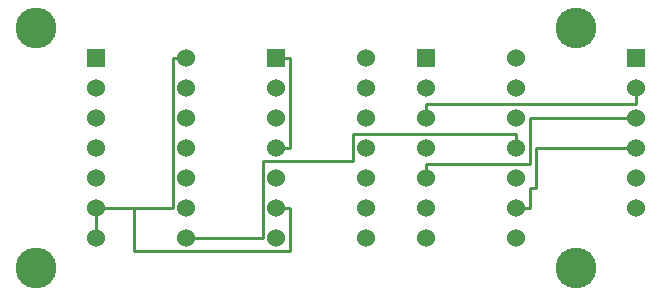
<source format=gbr>
G04 start of page 7 for group 5 idx 5 *
G04 Title: (unknown), bottom *
G04 Creator: pcb 20140316 *
G04 CreationDate: Sat 09 Apr 2022 06:06:23 PM GMT UTC *
G04 For: steve *
G04 Format: Gerber/RS-274X *
G04 PCB-Dimensions (mil): 2250.00 1000.00 *
G04 PCB-Coordinate-Origin: lower left *
%MOIN*%
%FSLAX25Y25*%
%LNBOTTOM*%
%ADD36C,0.1100*%
%ADD35C,0.1360*%
%ADD34C,0.0600*%
%ADD33C,0.0001*%
%ADD32C,0.0100*%
G54D32*X85500Y20000D02*X60000D01*
X85500Y45500D02*Y20000D01*
X94500Y15500D02*X42750D01*
X94500Y30000D02*Y15500D01*
Y30000D02*X90000D01*
X115500Y45500D02*X85500D01*
X94500Y50000D02*X90000D01*
X115500Y54500D02*Y45500D01*
X94500Y80000D02*Y50000D01*
X42750Y30000D02*Y15500D01*
X55500Y30000D02*X30000D01*
Y20000D01*
X55500Y80000D02*Y30000D01*
X60000Y80000D02*X55500D01*
X94500D02*X90000D01*
X210000Y50000D02*X176500D01*
Y36500D01*
X174500D01*
Y30000D01*
X170000D01*
Y54500D02*X115500D01*
X170000D02*Y50000D01*
X210000Y60000D02*X174500D01*
X210000Y70000D02*Y64500D01*
X140000D01*
Y60000D01*
X174500D02*Y44500D01*
X140000D01*
Y40000D01*
G54D33*G36*
X207000Y83000D02*Y77000D01*
X213000D01*
Y83000D01*
X207000D01*
G37*
G54D34*X210000Y70000D03*
Y60000D03*
Y50000D03*
Y40000D03*
Y30000D03*
G54D33*G36*
X27000Y83000D02*Y77000D01*
X33000D01*
Y83000D01*
X27000D01*
G37*
G54D34*X60000Y80000D03*
G54D33*G36*
X87000Y83000D02*Y77000D01*
X93000D01*
Y83000D01*
X87000D01*
G37*
G54D34*X30000Y70000D03*
X60000D03*
X90000D03*
X30000Y60000D03*
X60000D03*
X90000D03*
X30000Y50000D03*
X60000D03*
X30000Y40000D03*
Y30000D03*
Y20000D03*
X60000D03*
Y30000D03*
Y40000D03*
X90000Y50000D03*
Y40000D03*
Y30000D03*
Y20000D03*
X120000D03*
Y30000D03*
Y40000D03*
Y50000D03*
X140000D03*
Y40000D03*
X120000Y60000D03*
X140000D03*
X170000D03*
X120000Y70000D03*
Y80000D03*
G54D33*G36*
X137000Y83000D02*Y77000D01*
X143000D01*
Y83000D01*
X137000D01*
G37*
G54D34*X140000Y70000D03*
X170000D03*
Y80000D03*
X140000Y30000D03*
Y20000D03*
X170000D03*
Y30000D03*
Y40000D03*
Y50000D03*
G54D35*X190000Y90000D03*
Y10000D03*
X10000Y90000D03*
Y10000D03*
G54D36*M02*

</source>
